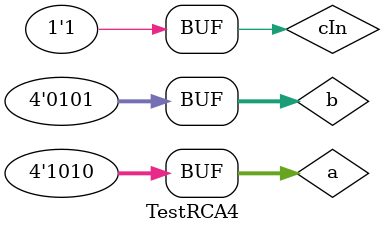
<source format=v>
`timescale 1ns / 1ps


////////////////////////////////////////////////////////////////////////////////

module TestRCA4;

	// Inputs
	reg cIn;
	reg [3:0] a;
	reg [3:0] b;

	// Outputs
	wire [3:0] s;
	wire cOut;

	// Instantiate the Unit Under Test (UUT)
	RCA4 uut (
		.s(s), 
		.cOut(cOut), 
		.cIn(cIn), 
		.a(a), 
		.b(b)
	);

	initial begin
		// Initialize Inputs
		cIn = 0;
		a = 0;
		b = 0;

		// Wait 100 ns for global reset to finish
		#100;
		$monitor($time,"\ta=%d,\tb=%d,\tcIn=%b,\ts=%d,\tcOut=%b",a,b,cIn,s,cOut);
		#1 a =  4; b = 4; cIn = 0;
		#1 a = 10; b = 5; cIn = 0;
		#1 a = 10; b = 5; cIn = 1;
        
		// Add stimulus here

	end
      
endmodule


</source>
